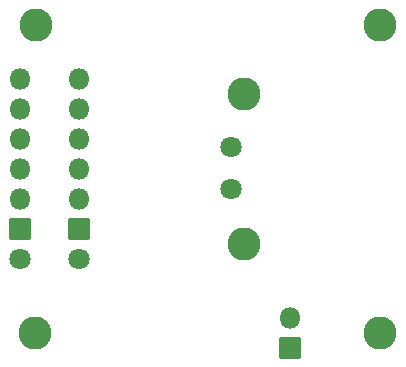
<source format=gbs>
G04 #@! TF.GenerationSoftware,KiCad,Pcbnew,(6.0.0-0)*
G04 #@! TF.CreationDate,2023-05-30T22:12:00-07:00*
G04 #@! TF.ProjectId,breakout,62726561-6b6f-4757-942e-6b696361645f,0.2.0*
G04 #@! TF.SameCoordinates,Original*
G04 #@! TF.FileFunction,Soldermask,Bot*
G04 #@! TF.FilePolarity,Negative*
%FSLAX46Y46*%
G04 Gerber Fmt 4.6, Leading zero omitted, Abs format (unit mm)*
G04 Created by KiCad (PCBNEW (6.0.0-0)) date 2023-05-30 22:12:00*
%MOMM*%
%LPD*%
G01*
G04 APERTURE LIST*
G04 Aperture macros list*
%AMRoundRect*
0 Rectangle with rounded corners*
0 $1 Rounding radius*
0 $2 $3 $4 $5 $6 $7 $8 $9 X,Y pos of 4 corners*
0 Add a 4 corners polygon primitive as box body*
4,1,4,$2,$3,$4,$5,$6,$7,$8,$9,$2,$3,0*
0 Add four circle primitives for the rounded corners*
1,1,$1+$1,$2,$3*
1,1,$1+$1,$4,$5*
1,1,$1+$1,$6,$7*
1,1,$1+$1,$8,$9*
0 Add four rect primitives between the rounded corners*
20,1,$1+$1,$2,$3,$4,$5,0*
20,1,$1+$1,$4,$5,$6,$7,0*
20,1,$1+$1,$6,$7,$8,$9,0*
20,1,$1+$1,$8,$9,$2,$3,0*%
G04 Aperture macros list end*
%ADD10C,2.801600*%
%ADD11C,1.801600*%
%ADD12RoundRect,0.050800X0.850000X0.850000X-0.850000X0.850000X-0.850000X-0.850000X0.850000X-0.850000X0*%
%ADD13O,1.801600X1.801600*%
G04 APERTURE END LIST*
D10*
X142900400Y-92710000D03*
X172085000Y-118745000D03*
D11*
X159425400Y-103041200D03*
X159425400Y-106541200D03*
D10*
X142875000Y-118745000D03*
X172085000Y-92710000D03*
X160502600Y-98501200D03*
D12*
X164440000Y-119995000D03*
D13*
X164440000Y-117455000D03*
D11*
X146545400Y-112491200D03*
D12*
X146545400Y-109951200D03*
D13*
X146545400Y-107411200D03*
X146545400Y-104871200D03*
X146545400Y-102331200D03*
X146545400Y-99791200D03*
X146545400Y-97251200D03*
D10*
X160528000Y-111226600D03*
D11*
X141605400Y-112471200D03*
D12*
X141605400Y-109931200D03*
D13*
X141605400Y-107391200D03*
X141605400Y-104851200D03*
X141605400Y-102311200D03*
X141605400Y-99771200D03*
X141605400Y-97231200D03*
M02*

</source>
